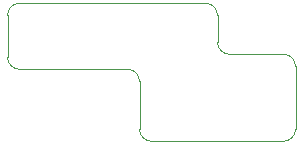
<source format=gm1>
G04 #@! TF.GenerationSoftware,KiCad,Pcbnew,5.1.2-f72e74a~84~ubuntu16.04.1*
G04 #@! TF.CreationDate,2019-05-05T12:52:43-04:00*
G04 #@! TF.ProjectId,hw_504_joystick_trrs_pcb,68775f35-3034-45f6-9a6f-79737469636b,1.0*
G04 #@! TF.SameCoordinates,Original*
G04 #@! TF.FileFunction,Profile,NP*
%FSLAX46Y46*%
G04 Gerber Fmt 4.6, Leading zero omitted, Abs format (unit mm)*
G04 Created by KiCad (PCBNEW 5.1.2-f72e74a~84~ubuntu16.04.1) date 2019-05-05 12:52:43*
%MOMM*%
%LPD*%
G04 APERTURE LIST*
%ADD10C,0.050000*%
G04 APERTURE END LIST*
D10*
X147320000Y-95758000D02*
X147320000Y-99822000D01*
X137160000Y-94742000D02*
X146304000Y-94742000D01*
X136144000Y-93726000D02*
X136144000Y-90170000D01*
X137160000Y-94742000D02*
G75*
G02X136144000Y-93726000I0J1016000D01*
G01*
X146304000Y-94742000D02*
G75*
G02X147320000Y-95758000I0J-1016000D01*
G01*
X155956000Y-100838000D02*
X159512000Y-100838000D01*
X148336000Y-100838000D02*
X155956000Y-100838000D01*
X137160000Y-89154000D02*
X152908000Y-89154000D01*
X136144000Y-90170000D02*
G75*
G02X137160000Y-89154000I1016000J0D01*
G01*
X154940000Y-93472000D02*
X159512000Y-93472000D01*
X153924000Y-92456000D02*
X153924000Y-90170000D01*
X160528000Y-99822000D02*
X160528000Y-94488000D01*
X152908000Y-89154000D02*
G75*
G02X153924000Y-90170000I0J-1016000D01*
G01*
X154940000Y-93472000D02*
G75*
G02X153924000Y-92456000I0J1016000D01*
G01*
X148336000Y-100838000D02*
G75*
G02X147320000Y-99822000I0J1016000D01*
G01*
X159512000Y-93472000D02*
G75*
G02X160528000Y-94488000I0J-1016000D01*
G01*
X160528000Y-99822000D02*
G75*
G02X159512000Y-100838000I-1016000J0D01*
G01*
M02*

</source>
